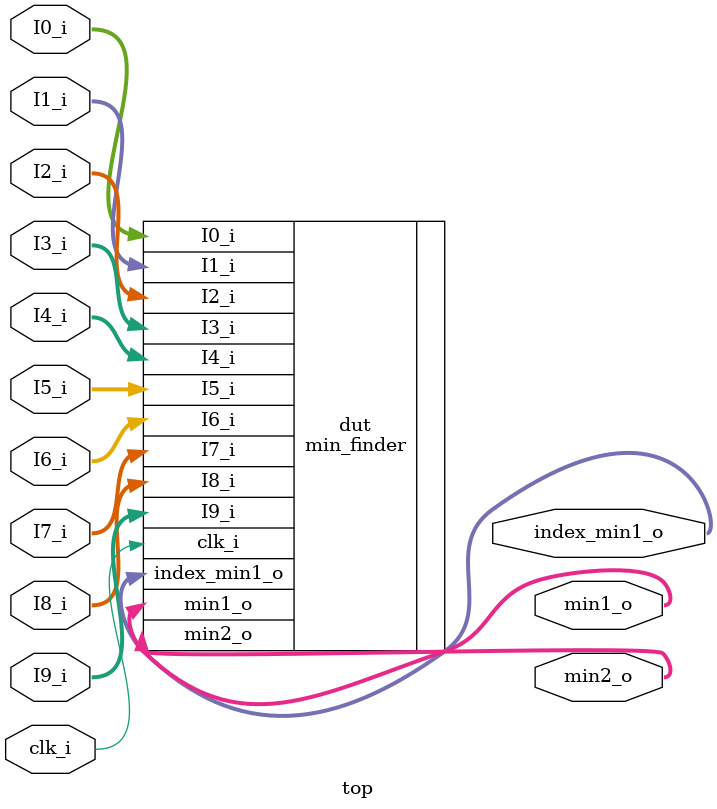
<source format=sv>
/* verilator lint_off UNUSED */
module top (
    //inputs
    input logic clk_i,
    input logic [3:0] I0_i,
    input logic [3:0] I1_i,
    input logic [3:0] I2_i,
    input logic [3:0] I3_i,
    input logic [3:0] I4_i,
    input logic [3:0] I5_i,
    input logic [3:0] I6_i,
    input logic [3:0] I7_i,
    input logic [3:0] I8_i,
    input logic [3:0] I9_i,
    //outputs
    output logic [3:0] min1_o,
    output logic [3:0] min2_o,
    output logic [3:0] index_min1_o
);
    min_finder dut (
        .clk_i      (clk_i),
    	.I0_i       (I0_i),
    	.I1_i       (I1_i),
    	.I2_i       (I2_i),
    	.I3_i       (I3_i),
    	.I4_i       (I4_i),
    	.I5_i       (I5_i),
    	.I6_i       (I6_i),
    	.I7_i       (I7_i),
    	.I8_i       (I8_i),
    	.I9_i       (I9_i),
    	.min1_o     (min1_o),
    	.min2_o     (min2_o),
    	.index_min1_o (index_min1_o)
    );
endmodule : top

</source>
